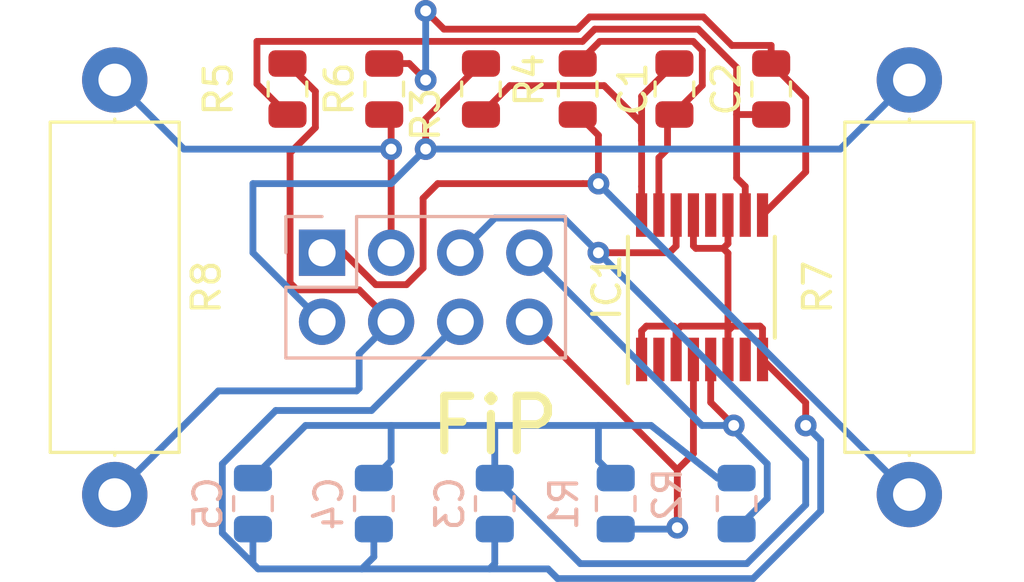
<source format=kicad_pcb>
(kicad_pcb (version 20171130) (host pcbnew "(5.1.6)-1")

  (general
    (thickness 1.6)
    (drawings 1)
    (tracks 170)
    (zones 0)
    (modules 15)
    (nets 13)
  )

  (page A4)
  (layers
    (0 F.Cu mixed)
    (31 B.Cu power)
    (32 B.Adhes user)
    (33 F.Adhes user)
    (34 B.Paste user)
    (35 F.Paste user)
    (36 B.SilkS user)
    (37 F.SilkS user)
    (38 B.Mask user)
    (39 F.Mask user)
    (40 Dwgs.User user)
    (41 Cmts.User user)
    (42 Eco1.User user)
    (43 Eco2.User user)
    (44 Edge.Cuts user)
    (45 Margin user)
    (46 B.CrtYd user)
    (47 F.CrtYd user)
    (48 B.Fab user)
    (49 F.Fab user)
  )

  (setup
    (last_trace_width 0.25)
    (trace_clearance 0.2)
    (zone_clearance 0.508)
    (zone_45_only no)
    (trace_min 0.2)
    (via_size 0.8)
    (via_drill 0.4)
    (via_min_size 0.4)
    (via_min_drill 0.3)
    (uvia_size 0.3)
    (uvia_drill 0.1)
    (uvias_allowed no)
    (uvia_min_size 0.2)
    (uvia_min_drill 0.1)
    (edge_width 0.05)
    (segment_width 0.2)
    (pcb_text_width 0.3)
    (pcb_text_size 1.5 1.5)
    (mod_edge_width 0.12)
    (mod_text_size 1 1)
    (mod_text_width 0.15)
    (pad_size 1.524 1.524)
    (pad_drill 0.762)
    (pad_to_mask_clearance 0.05)
    (aux_axis_origin 0 0)
    (visible_elements 7FFFFFFF)
    (pcbplotparams
      (layerselection 0x010fc_ffffffff)
      (usegerberextensions false)
      (usegerberattributes true)
      (usegerberadvancedattributes true)
      (creategerberjobfile true)
      (excludeedgelayer true)
      (linewidth 0.100000)
      (plotframeref false)
      (viasonmask false)
      (mode 1)
      (useauxorigin false)
      (hpglpennumber 1)
      (hpglpenspeed 20)
      (hpglpendiameter 15.000000)
      (psnegative false)
      (psa4output false)
      (plotreference true)
      (plotvalue true)
      (plotinvisibletext false)
      (padsonsilk false)
      (subtractmaskfromsilk false)
      (outputformat 1)
      (mirror false)
      (drillshape 1)
      (scaleselection 1)
      (outputdirectory ""))
  )

  (net 0 "")
  (net 1 "Net-(C1-Pad2)")
  (net 2 "Net-(C1-Pad1)")
  (net 3 "Net-(C2-Pad2)")
  (net 4 "Net-(C2-Pad1)")
  (net 5 Ground)
  (net 6 5V)
  (net 7 Output2)
  (net 8 Output1)
  (net 9 VR2-)
  (net 10 VR2+)
  (net 11 VR1+)
  (net 12 VR1-)

  (net_class Default "This is the default net class."
    (clearance 0.2)
    (trace_width 0.25)
    (via_dia 0.8)
    (via_drill 0.4)
    (uvia_dia 0.3)
    (uvia_drill 0.1)
    (add_net "Net-(C1-Pad1)")
    (add_net "Net-(C1-Pad2)")
    (add_net "Net-(C2-Pad1)")
    (add_net "Net-(C2-Pad2)")
    (add_net Output1)
    (add_net Output2)
    (add_net VR1+)
    (add_net VR1-)
    (add_net VR2+)
    (add_net VR2-)
  )

  (net_class Power ""
    (clearance 0.3)
    (trace_width 0.25)
    (via_dia 0.8)
    (via_drill 0.4)
    (uvia_dia 0.3)
    (uvia_drill 0.1)
    (add_net 5V)
    (add_net Ground)
  )

  (module Resistor_THT:R_Axial_DIN0414_L11.9mm_D4.5mm_P15.24mm_Horizontal (layer F.Cu) (tedit 5AE5139B) (tstamp 5F04753A)
    (at 127 82.55 270)
    (descr "Resistor, Axial_DIN0414 series, Axial, Horizontal, pin pitch=15.24mm, 2W, length*diameter=11.9*4.5mm^2, http://www.vishay.com/docs/20128/wkxwrx.pdf")
    (tags "Resistor Axial_DIN0414 series Axial Horizontal pin pitch 15.24mm 2W length 11.9mm diameter 4.5mm")
    (path /5F044A65)
    (fp_text reference R8 (at 7.62 -3.37 90) (layer F.SilkS)
      (effects (font (size 1 1) (thickness 0.15)))
    )
    (fp_text value 4.7K (at 7.62 3.37 90) (layer F.Fab)
      (effects (font (size 1 1) (thickness 0.15)))
    )
    (fp_text user %R (at 7.62 0 90) (layer F.Fab)
      (effects (font (size 1 1) (thickness 0.15)))
    )
    (fp_line (start 1.67 -2.25) (end 1.67 2.25) (layer F.Fab) (width 0.1))
    (fp_line (start 1.67 2.25) (end 13.57 2.25) (layer F.Fab) (width 0.1))
    (fp_line (start 13.57 2.25) (end 13.57 -2.25) (layer F.Fab) (width 0.1))
    (fp_line (start 13.57 -2.25) (end 1.67 -2.25) (layer F.Fab) (width 0.1))
    (fp_line (start 0 0) (end 1.67 0) (layer F.Fab) (width 0.1))
    (fp_line (start 15.24 0) (end 13.57 0) (layer F.Fab) (width 0.1))
    (fp_line (start 1.55 -2.37) (end 1.55 2.37) (layer F.SilkS) (width 0.12))
    (fp_line (start 1.55 2.37) (end 13.69 2.37) (layer F.SilkS) (width 0.12))
    (fp_line (start 13.69 2.37) (end 13.69 -2.37) (layer F.SilkS) (width 0.12))
    (fp_line (start 13.69 -2.37) (end 1.55 -2.37) (layer F.SilkS) (width 0.12))
    (fp_line (start 1.44 0) (end 1.55 0) (layer F.SilkS) (width 0.12))
    (fp_line (start 13.8 0) (end 13.69 0) (layer F.SilkS) (width 0.12))
    (fp_line (start -1.45 -2.5) (end -1.45 2.5) (layer F.CrtYd) (width 0.05))
    (fp_line (start -1.45 2.5) (end 16.69 2.5) (layer F.CrtYd) (width 0.05))
    (fp_line (start 16.69 2.5) (end 16.69 -2.5) (layer F.CrtYd) (width 0.05))
    (fp_line (start 16.69 -2.5) (end -1.45 -2.5) (layer F.CrtYd) (width 0.05))
    (pad 2 thru_hole oval (at 15.24 0 270) (size 2.4 2.4) (drill 1.2) (layers *.Cu *.Mask)
      (net 9 VR2-))
    (pad 1 thru_hole circle (at 0 0 270) (size 2.4 2.4) (drill 1.2) (layers *.Cu *.Mask)
      (net 10 VR2+))
    (model ${KISYS3DMOD}/Resistor_THT.3dshapes/R_Axial_DIN0414_L11.9mm_D4.5mm_P15.24mm_Horizontal.wrl
      (at (xyz 0 0 0))
      (scale (xyz 1 1 1))
      (rotate (xyz 0 0 0))
    )
  )

  (module Resistor_THT:R_Axial_DIN0414_L11.9mm_D4.5mm_P15.24mm_Horizontal (layer F.Cu) (tedit 5AE5139B) (tstamp 5F04741D)
    (at 156.21 97.79 90)
    (descr "Resistor, Axial_DIN0414 series, Axial, Horizontal, pin pitch=15.24mm, 2W, length*diameter=11.9*4.5mm^2, http://www.vishay.com/docs/20128/wkxwrx.pdf")
    (tags "Resistor Axial_DIN0414 series Axial Horizontal pin pitch 15.24mm 2W length 11.9mm diameter 4.5mm")
    (path /5F04DF67)
    (fp_text reference R7 (at 7.62 -3.37 90) (layer F.SilkS)
      (effects (font (size 1 1) (thickness 0.15)))
    )
    (fp_text value 4.7K (at 7.62 3.37 90) (layer F.Fab)
      (effects (font (size 1 1) (thickness 0.15)))
    )
    (fp_text user %R (at 7.62 0 90) (layer F.Fab)
      (effects (font (size 1 1) (thickness 0.15)))
    )
    (fp_line (start 1.67 -2.25) (end 1.67 2.25) (layer F.Fab) (width 0.1))
    (fp_line (start 1.67 2.25) (end 13.57 2.25) (layer F.Fab) (width 0.1))
    (fp_line (start 13.57 2.25) (end 13.57 -2.25) (layer F.Fab) (width 0.1))
    (fp_line (start 13.57 -2.25) (end 1.67 -2.25) (layer F.Fab) (width 0.1))
    (fp_line (start 0 0) (end 1.67 0) (layer F.Fab) (width 0.1))
    (fp_line (start 15.24 0) (end 13.57 0) (layer F.Fab) (width 0.1))
    (fp_line (start 1.55 -2.37) (end 1.55 2.37) (layer F.SilkS) (width 0.12))
    (fp_line (start 1.55 2.37) (end 13.69 2.37) (layer F.SilkS) (width 0.12))
    (fp_line (start 13.69 2.37) (end 13.69 -2.37) (layer F.SilkS) (width 0.12))
    (fp_line (start 13.69 -2.37) (end 1.55 -2.37) (layer F.SilkS) (width 0.12))
    (fp_line (start 1.44 0) (end 1.55 0) (layer F.SilkS) (width 0.12))
    (fp_line (start 13.8 0) (end 13.69 0) (layer F.SilkS) (width 0.12))
    (fp_line (start -1.45 -2.5) (end -1.45 2.5) (layer F.CrtYd) (width 0.05))
    (fp_line (start -1.45 2.5) (end 16.69 2.5) (layer F.CrtYd) (width 0.05))
    (fp_line (start 16.69 2.5) (end 16.69 -2.5) (layer F.CrtYd) (width 0.05))
    (fp_line (start 16.69 -2.5) (end -1.45 -2.5) (layer F.CrtYd) (width 0.05))
    (pad 2 thru_hole oval (at 15.24 0 90) (size 2.4 2.4) (drill 1.2) (layers *.Cu *.Mask)
      (net 11 VR1+))
    (pad 1 thru_hole circle (at 0 0 90) (size 2.4 2.4) (drill 1.2) (layers *.Cu *.Mask)
      (net 12 VR1-))
    (model ${KISYS3DMOD}/Resistor_THT.3dshapes/R_Axial_DIN0414_L11.9mm_D4.5mm_P15.24mm_Horizontal.wrl
      (at (xyz 0 0 0))
      (scale (xyz 1 1 1))
      (rotate (xyz 0 0 0))
    )
  )

  (module Capacitor_SMD:C_0805_2012Metric (layer F.Cu) (tedit 5B36C52B) (tstamp 5EFEAE3C)
    (at 147.574 82.8825 270)
    (descr "Capacitor SMD 0805 (2012 Metric), square (rectangular) end terminal, IPC_7351 nominal, (Body size source: https://docs.google.com/spreadsheets/d/1BsfQQcO9C6DZCsRaXUlFlo91Tg2WpOkGARC1WS5S8t0/edit?usp=sharing), generated with kicad-footprint-generator")
    (tags capacitor)
    (path /5F04DF61)
    (attr smd)
    (fp_text reference C1 (at 0 1.524 90) (layer F.SilkS)
      (effects (font (size 1 1) (thickness 0.15)))
    )
    (fp_text value 1nF (at 0 1.65 90) (layer F.Fab) hide
      (effects (font (size 1 1) (thickness 0.15)))
    )
    (fp_line (start 1.68 0.95) (end -1.68 0.95) (layer F.CrtYd) (width 0.05))
    (fp_line (start 1.68 -0.95) (end 1.68 0.95) (layer F.CrtYd) (width 0.05))
    (fp_line (start -1.68 -0.95) (end 1.68 -0.95) (layer F.CrtYd) (width 0.05))
    (fp_line (start -1.68 0.95) (end -1.68 -0.95) (layer F.CrtYd) (width 0.05))
    (fp_line (start -0.258578 0.71) (end 0.258578 0.71) (layer F.SilkS) (width 0.12))
    (fp_line (start -0.258578 -0.71) (end 0.258578 -0.71) (layer F.SilkS) (width 0.12))
    (fp_line (start 1 0.6) (end -1 0.6) (layer F.Fab) (width 0.1))
    (fp_line (start 1 -0.6) (end 1 0.6) (layer F.Fab) (width 0.1))
    (fp_line (start -1 -0.6) (end 1 -0.6) (layer F.Fab) (width 0.1))
    (fp_line (start -1 0.6) (end -1 -0.6) (layer F.Fab) (width 0.1))
    (fp_text user %R (at 0 0 90) (layer F.Fab) hide
      (effects (font (size 0.5 0.5) (thickness 0.08)))
    )
    (pad 2 smd roundrect (at 0.9375 0 270) (size 0.975 1.4) (layers F.Cu F.Paste F.Mask) (roundrect_rratio 0.25)
      (net 1 "Net-(C1-Pad2)"))
    (pad 1 smd roundrect (at -0.9375 0 270) (size 0.975 1.4) (layers F.Cu F.Paste F.Mask) (roundrect_rratio 0.25)
      (net 2 "Net-(C1-Pad1)"))
    (model ${KISYS3DMOD}/Capacitor_SMD.3dshapes/C_0805_2012Metric.wrl
      (at (xyz 0 0 0))
      (scale (xyz 1 1 1))
      (rotate (xyz 0 0 0))
    )
  )

  (module Resistor_SMD:R_0805_2012Metric (layer F.Cu) (tedit 5B36C52B) (tstamp 5EFF1029)
    (at 136.906 82.8825 90)
    (descr "Resistor SMD 0805 (2012 Metric), square (rectangular) end terminal, IPC_7351 nominal, (Body size source: https://docs.google.com/spreadsheets/d/1BsfQQcO9C6DZCsRaXUlFlo91Tg2WpOkGARC1WS5S8t0/edit?usp=sharing), generated with kicad-footprint-generator")
    (tags resistor)
    (path /5F0439CE)
    (attr smd)
    (fp_text reference R6 (at 0 -1.65 90) (layer F.SilkS)
      (effects (font (size 1 1) (thickness 0.15)))
    )
    (fp_text value 10K (at 0 1.65 90) (layer F.Fab) hide
      (effects (font (size 1 1) (thickness 0.15)))
    )
    (fp_line (start 1.68 0.95) (end -1.68 0.95) (layer F.CrtYd) (width 0.05))
    (fp_line (start 1.68 -0.95) (end 1.68 0.95) (layer F.CrtYd) (width 0.05))
    (fp_line (start -1.68 -0.95) (end 1.68 -0.95) (layer F.CrtYd) (width 0.05))
    (fp_line (start -1.68 0.95) (end -1.68 -0.95) (layer F.CrtYd) (width 0.05))
    (fp_line (start -0.258578 0.71) (end 0.258578 0.71) (layer F.SilkS) (width 0.12))
    (fp_line (start -0.258578 -0.71) (end 0.258578 -0.71) (layer F.SilkS) (width 0.12))
    (fp_line (start 1 0.6) (end -1 0.6) (layer F.Fab) (width 0.1))
    (fp_line (start 1 -0.6) (end 1 0.6) (layer F.Fab) (width 0.1))
    (fp_line (start -1 -0.6) (end 1 -0.6) (layer F.Fab) (width 0.1))
    (fp_line (start -1 0.6) (end -1 -0.6) (layer F.Fab) (width 0.1))
    (fp_text user %R (at 0 0 90) (layer F.Fab) hide
      (effects (font (size 0.5 0.5) (thickness 0.08)))
    )
    (pad 2 smd roundrect (at 0.9375 0 90) (size 0.975 1.4) (layers F.Cu F.Paste F.Mask) (roundrect_rratio 0.25)
      (net 3 "Net-(C2-Pad2)"))
    (pad 1 smd roundrect (at -0.9375 0 90) (size 0.975 1.4) (layers F.Cu F.Paste F.Mask) (roundrect_rratio 0.25)
      (net 10 VR2+))
    (model ${KISYS3DMOD}/Resistor_SMD.3dshapes/R_0805_2012Metric.wrl
      (at (xyz 0 0 0))
      (scale (xyz 1 1 1))
      (rotate (xyz 0 0 0))
    )
  )

  (module Resistor_SMD:R_0805_2012Metric (layer B.Cu) (tedit 5B36C52B) (tstamp 5EFF24D3)
    (at 149.86 98.1225 90)
    (descr "Resistor SMD 0805 (2012 Metric), square (rectangular) end terminal, IPC_7351 nominal, (Body size source: https://docs.google.com/spreadsheets/d/1BsfQQcO9C6DZCsRaXUlFlo91Tg2WpOkGARC1WS5S8t0/edit?usp=sharing), generated with kicad-footprint-generator")
    (tags resistor)
    (path /5F038A85)
    (attr smd)
    (fp_text reference R2 (at 0.3325 -2.54 270) (layer B.SilkS)
      (effects (font (size 1 1) (thickness 0.15)) (justify mirror))
    )
    (fp_text value 1K (at 0 -1.65 270) (layer B.Fab) hide
      (effects (font (size 1 1) (thickness 0.15)) (justify mirror))
    )
    (fp_line (start 1.68 -0.95) (end -1.68 -0.95) (layer B.CrtYd) (width 0.05))
    (fp_line (start 1.68 0.95) (end 1.68 -0.95) (layer B.CrtYd) (width 0.05))
    (fp_line (start -1.68 0.95) (end 1.68 0.95) (layer B.CrtYd) (width 0.05))
    (fp_line (start -1.68 -0.95) (end -1.68 0.95) (layer B.CrtYd) (width 0.05))
    (fp_line (start -0.258578 -0.71) (end 0.258578 -0.71) (layer B.SilkS) (width 0.12))
    (fp_line (start -0.258578 0.71) (end 0.258578 0.71) (layer B.SilkS) (width 0.12))
    (fp_line (start 1 -0.6) (end -1 -0.6) (layer B.Fab) (width 0.1))
    (fp_line (start 1 0.6) (end 1 -0.6) (layer B.Fab) (width 0.1))
    (fp_line (start -1 0.6) (end 1 0.6) (layer B.Fab) (width 0.1))
    (fp_line (start -1 -0.6) (end -1 0.6) (layer B.Fab) (width 0.1))
    (fp_text user %R (at 0 0 270) (layer B.Fab) hide
      (effects (font (size 0.5 0.5) (thickness 0.08)) (justify mirror))
    )
    (pad 2 smd roundrect (at 0.9375 0 90) (size 0.975 1.4) (layers B.Cu B.Paste B.Mask) (roundrect_rratio 0.25)
      (net 6 5V))
    (pad 1 smd roundrect (at -0.9375 0 90) (size 0.975 1.4) (layers B.Cu B.Paste B.Mask) (roundrect_rratio 0.25)
      (net 7 Output2))
    (model ${KISYS3DMOD}/Resistor_SMD.3dshapes/R_0805_2012Metric.wrl
      (at (xyz 0 0 0))
      (scale (xyz 1 1 1))
      (rotate (xyz 0 0 0))
    )
  )

  (module Package_SO:QSOP-16_3.9x4.9mm_P0.635mm (layer F.Cu) (tedit 5A02F25C) (tstamp 5EFF230B)
    (at 148.59 90.17 90)
    (descr "16-Lead Plastic Shrink Small Outline Narrow Body (QR)-.150\" Body [QSOP] (see Microchip Packaging Specification 00000049BS.pdf)")
    (tags "SSOP 0.635")
    (path /5F034022)
    (attr smd)
    (fp_text reference IC1 (at 0 -3.5 90) (layer F.SilkS)
      (effects (font (size 1 1) (thickness 0.15)))
    )
    (fp_text value MAX9926UAEE+ (at 0 3.5 90) (layer F.Fab) hide
      (effects (font (size 1 1) (thickness 0.15)))
    )
    (fp_line (start -3.525 -2.725) (end 1.8586 -2.725) (layer F.SilkS) (width 0.15))
    (fp_line (start -1.8543 2.675) (end 1.8543 2.675) (layer F.SilkS) (width 0.15))
    (fp_line (start -3.7 2.8) (end 3.7 2.8) (layer F.CrtYd) (width 0.05))
    (fp_line (start -3.7 -2.85) (end 3.7 -2.85) (layer F.CrtYd) (width 0.05))
    (fp_line (start 3.7 -2.85) (end 3.7 2.8) (layer F.CrtYd) (width 0.05))
    (fp_line (start -3.7 -2.85) (end -3.7 2.8) (layer F.CrtYd) (width 0.05))
    (fp_line (start -1.95 -1.45) (end -0.95 -2.45) (layer F.Fab) (width 0.15))
    (fp_line (start -1.95 2.45) (end -1.95 -1.45) (layer F.Fab) (width 0.15))
    (fp_line (start 1.95 2.45) (end -1.95 2.45) (layer F.Fab) (width 0.15))
    (fp_line (start 1.95 -2.45) (end 1.95 2.45) (layer F.Fab) (width 0.15))
    (fp_line (start -0.95 -2.45) (end 1.95 -2.45) (layer F.Fab) (width 0.15))
    (fp_text user %R (at 0 0 90) (layer F.Fab) hide
      (effects (font (size 0.7 0.7) (thickness 0.15)))
    )
    (pad 16 smd rect (at 2.6543 -2.2225 90) (size 1.6 0.41) (layers F.Cu F.Paste F.Mask)
      (net 2 "Net-(C1-Pad1)"))
    (pad 15 smd rect (at 2.6543 -1.5875 90) (size 1.6 0.41) (layers F.Cu F.Paste F.Mask)
      (net 1 "Net-(C1-Pad2)"))
    (pad 14 smd rect (at 2.6543 -0.9525 90) (size 1.6 0.41) (layers F.Cu F.Paste F.Mask)
      (net 6 5V))
    (pad 13 smd rect (at 2.6543 -0.3175 90) (size 1.6 0.41) (layers F.Cu F.Paste F.Mask)
      (net 5 Ground))
    (pad 12 smd rect (at 2.6543 0.3175 90) (size 1.6 0.41) (layers F.Cu F.Paste F.Mask))
    (pad 11 smd rect (at 2.6543 0.9525 90) (size 1.6 0.41) (layers F.Cu F.Paste F.Mask)
      (net 5 Ground))
    (pad 10 smd rect (at 2.6543 1.5875 90) (size 1.6 0.41) (layers F.Cu F.Paste F.Mask)
      (net 4 "Net-(C2-Pad1)"))
    (pad 9 smd rect (at 2.6543 2.2225 90) (size 1.6 0.41) (layers F.Cu F.Paste F.Mask)
      (net 3 "Net-(C2-Pad2)"))
    (pad 8 smd rect (at -2.6543 2.2225 90) (size 1.6 0.41) (layers F.Cu F.Paste F.Mask)
      (net 5 Ground))
    (pad 7 smd rect (at -2.6543 1.5875 90) (size 1.6 0.41) (layers F.Cu F.Paste F.Mask))
    (pad 6 smd rect (at -2.6543 0.9525 90) (size 1.6 0.41) (layers F.Cu F.Paste F.Mask)
      (net 5 Ground))
    (pad 5 smd rect (at -2.6543 0.3175 90) (size 1.6 0.41) (layers F.Cu F.Paste F.Mask)
      (net 7 Output2))
    (pad 4 smd rect (at -2.6543 -0.3175 90) (size 1.6 0.41) (layers F.Cu F.Paste F.Mask)
      (net 8 Output1))
    (pad 3 smd rect (at -2.6543 -0.9525 90) (size 1.6 0.41) (layers F.Cu F.Paste F.Mask)
      (net 5 Ground))
    (pad 2 smd rect (at -2.6543 -1.5875 90) (size 1.6 0.41) (layers F.Cu F.Paste F.Mask))
    (pad 1 smd rect (at -2.6543 -2.2225 90) (size 1.6 0.41) (layers F.Cu F.Paste F.Mask)
      (net 5 Ground))
    (model ${KISYS3DMOD}/Package_SO.3dshapes/QSOP-16_3.9x4.9mm_P0.635mm.wrl
      (at (xyz 0 0 0))
      (scale (xyz 1 1 1))
      (rotate (xyz 0 0 0))
    )
  )

  (module Capacitor_SMD:C_0805_2012Metric (layer B.Cu) (tedit 5B36C52B) (tstamp 5EFF2533)
    (at 132.08 98.1225 270)
    (descr "Capacitor SMD 0805 (2012 Metric), square (rectangular) end terminal, IPC_7351 nominal, (Body size source: https://docs.google.com/spreadsheets/d/1BsfQQcO9C6DZCsRaXUlFlo91Tg2WpOkGARC1WS5S8t0/edit?usp=sharing), generated with kicad-footprint-generator")
    (tags capacitor)
    (path /5F03ED16)
    (attr smd)
    (fp_text reference C5 (at 0 1.65 270) (layer B.SilkS)
      (effects (font (size 1 1) (thickness 0.15)) (justify mirror))
    )
    (fp_text value 1uF (at 0 -1.65 270) (layer B.Fab) hide
      (effects (font (size 1 1) (thickness 0.15)) (justify mirror))
    )
    (fp_line (start 1.68 -0.95) (end -1.68 -0.95) (layer B.CrtYd) (width 0.05))
    (fp_line (start 1.68 0.95) (end 1.68 -0.95) (layer B.CrtYd) (width 0.05))
    (fp_line (start -1.68 0.95) (end 1.68 0.95) (layer B.CrtYd) (width 0.05))
    (fp_line (start -1.68 -0.95) (end -1.68 0.95) (layer B.CrtYd) (width 0.05))
    (fp_line (start -0.258578 -0.71) (end 0.258578 -0.71) (layer B.SilkS) (width 0.12))
    (fp_line (start -0.258578 0.71) (end 0.258578 0.71) (layer B.SilkS) (width 0.12))
    (fp_line (start 1 -0.6) (end -1 -0.6) (layer B.Fab) (width 0.1))
    (fp_line (start 1 0.6) (end 1 -0.6) (layer B.Fab) (width 0.1))
    (fp_line (start -1 0.6) (end 1 0.6) (layer B.Fab) (width 0.1))
    (fp_line (start -1 -0.6) (end -1 0.6) (layer B.Fab) (width 0.1))
    (fp_text user %R (at 0 0 270) (layer B.Fab) hide
      (effects (font (size 0.5 0.5) (thickness 0.08)) (justify mirror))
    )
    (pad 2 smd roundrect (at 0.9375 0 270) (size 0.975 1.4) (layers B.Cu B.Paste B.Mask) (roundrect_rratio 0.25)
      (net 5 Ground))
    (pad 1 smd roundrect (at -0.9375 0 270) (size 0.975 1.4) (layers B.Cu B.Paste B.Mask) (roundrect_rratio 0.25)
      (net 6 5V))
    (model ${KISYS3DMOD}/Capacitor_SMD.3dshapes/C_0805_2012Metric.wrl
      (at (xyz 0 0 0))
      (scale (xyz 1 1 1))
      (rotate (xyz 0 0 0))
    )
  )

  (module Capacitor_SMD:C_0805_2012Metric (layer F.Cu) (tedit 5B36C52B) (tstamp 5F04A050)
    (at 151.13 82.8825 90)
    (descr "Capacitor SMD 0805 (2012 Metric), square (rectangular) end terminal, IPC_7351 nominal, (Body size source: https://docs.google.com/spreadsheets/d/1BsfQQcO9C6DZCsRaXUlFlo91Tg2WpOkGARC1WS5S8t0/edit?usp=sharing), generated with kicad-footprint-generator")
    (tags capacitor)
    (path /5F043F77)
    (attr smd)
    (fp_text reference C2 (at 0 -1.65 90) (layer F.SilkS)
      (effects (font (size 1 1) (thickness 0.15)))
    )
    (fp_text value 1nF (at 0 1.65 90) (layer F.Fab) hide
      (effects (font (size 1 1) (thickness 0.15)))
    )
    (fp_line (start 1.68 0.95) (end -1.68 0.95) (layer F.CrtYd) (width 0.05))
    (fp_line (start 1.68 -0.95) (end 1.68 0.95) (layer F.CrtYd) (width 0.05))
    (fp_line (start -1.68 -0.95) (end 1.68 -0.95) (layer F.CrtYd) (width 0.05))
    (fp_line (start -1.68 0.95) (end -1.68 -0.95) (layer F.CrtYd) (width 0.05))
    (fp_line (start -0.258578 0.71) (end 0.258578 0.71) (layer F.SilkS) (width 0.12))
    (fp_line (start -0.258578 -0.71) (end 0.258578 -0.71) (layer F.SilkS) (width 0.12))
    (fp_line (start 1 0.6) (end -1 0.6) (layer F.Fab) (width 0.1))
    (fp_line (start 1 -0.6) (end 1 0.6) (layer F.Fab) (width 0.1))
    (fp_line (start -1 -0.6) (end 1 -0.6) (layer F.Fab) (width 0.1))
    (fp_line (start -1 0.6) (end -1 -0.6) (layer F.Fab) (width 0.1))
    (fp_text user %R (at 0 0 90) (layer F.Fab) hide
      (effects (font (size 0.5 0.5) (thickness 0.08)))
    )
    (pad 2 smd roundrect (at 0.9375 0 90) (size 0.975 1.4) (layers F.Cu F.Paste F.Mask) (roundrect_rratio 0.25)
      (net 3 "Net-(C2-Pad2)"))
    (pad 1 smd roundrect (at -0.9375 0 90) (size 0.975 1.4) (layers F.Cu F.Paste F.Mask) (roundrect_rratio 0.25)
      (net 4 "Net-(C2-Pad1)"))
    (model ${KISYS3DMOD}/Capacitor_SMD.3dshapes/C_0805_2012Metric.wrl
      (at (xyz 0 0 0))
      (scale (xyz 1 1 1))
      (rotate (xyz 0 0 0))
    )
  )

  (module Connector_PinHeader_2.54mm:PinHeader_2x04_P2.54mm_Vertical (layer B.Cu) (tedit 59FED5CC) (tstamp 5EFF1F5F)
    (at 134.62 88.9 270)
    (descr "Through hole straight pin header, 2x04, 2.54mm pitch, double rows")
    (tags "Through hole pin header THT 2x04 2.54mm double row")
    (path /5F034AAC)
    (fp_text reference J1 (at 1.27 2.33 90) (layer F.SilkS) hide
      (effects (font (size 1 1) (thickness 0.15)))
    )
    (fp_text value Conn (at 1.27 -9.95 90) (layer B.Fab) hide
      (effects (font (size 1 1) (thickness 0.15)) (justify mirror))
    )
    (fp_line (start 0 1.27) (end 3.81 1.27) (layer B.Fab) (width 0.1))
    (fp_line (start 3.81 1.27) (end 3.81 -8.89) (layer B.Fab) (width 0.1))
    (fp_line (start 3.81 -8.89) (end -1.27 -8.89) (layer B.Fab) (width 0.1))
    (fp_line (start -1.27 -8.89) (end -1.27 0) (layer B.Fab) (width 0.1))
    (fp_line (start -1.27 0) (end 0 1.27) (layer B.Fab) (width 0.1))
    (fp_line (start -1.33 -8.95) (end 3.87 -8.95) (layer B.SilkS) (width 0.12))
    (fp_line (start -1.33 -1.27) (end -1.33 -8.95) (layer B.SilkS) (width 0.12))
    (fp_line (start 3.87 1.33) (end 3.87 -8.95) (layer B.SilkS) (width 0.12))
    (fp_line (start -1.33 -1.27) (end 1.27 -1.27) (layer B.SilkS) (width 0.12))
    (fp_line (start 1.27 -1.27) (end 1.27 1.33) (layer B.SilkS) (width 0.12))
    (fp_line (start 1.27 1.33) (end 3.87 1.33) (layer B.SilkS) (width 0.12))
    (fp_line (start -1.33 0) (end -1.33 1.33) (layer B.SilkS) (width 0.12))
    (fp_line (start -1.33 1.33) (end 0 1.33) (layer B.SilkS) (width 0.12))
    (fp_line (start -1.8 1.8) (end -1.8 -9.4) (layer B.CrtYd) (width 0.05))
    (fp_line (start -1.8 -9.4) (end 4.35 -9.4) (layer B.CrtYd) (width 0.05))
    (fp_line (start 4.35 -9.4) (end 4.35 1.8) (layer B.CrtYd) (width 0.05))
    (fp_line (start 4.35 1.8) (end -1.8 1.8) (layer B.CrtYd) (width 0.05))
    (fp_text user %R (at 1.27 -3.81 180) (layer B.Fab) hide
      (effects (font (size 1 1) (thickness 0.15)) (justify mirror))
    )
    (pad 1 thru_hole rect (at 0 0 270) (size 1.7 1.7) (drill 1) (layers *.Cu *.Mask)
      (net 12 VR1-))
    (pad 2 thru_hole oval (at 2.54 0 270) (size 1.7 1.7) (drill 1) (layers *.Cu *.Mask)
      (net 11 VR1+))
    (pad 3 thru_hole oval (at 0 -2.54 270) (size 1.7 1.7) (drill 1) (layers *.Cu *.Mask)
      (net 10 VR2+))
    (pad 4 thru_hole oval (at 2.54 -2.54 270) (size 1.7 1.7) (drill 1) (layers *.Cu *.Mask)
      (net 9 VR2-))
    (pad 5 thru_hole oval (at 0 -5.08 270) (size 1.7 1.7) (drill 1) (layers *.Cu *.Mask)
      (net 6 5V))
    (pad 6 thru_hole oval (at 2.54 -5.08 270) (size 1.7 1.7) (drill 1) (layers *.Cu *.Mask)
      (net 5 Ground))
    (pad 7 thru_hole oval (at 0 -7.62 270) (size 1.7 1.7) (drill 1) (layers *.Cu *.Mask)
      (net 7 Output2))
    (pad 8 thru_hole oval (at 2.54 -7.62 270) (size 1.7 1.7) (drill 1) (layers *.Cu *.Mask)
      (net 8 Output1))
    (model ${KISYS3DMOD}/Connector_PinHeader_2.54mm.3dshapes/PinHeader_2x04_P2.54mm_Vertical.wrl
      (at (xyz 0 0 0))
      (scale (xyz 1 1 1))
      (rotate (xyz 0 0 0))
    )
  )

  (module Resistor_SMD:R_0805_2012Metric (layer F.Cu) (tedit 5B36C52B) (tstamp 5EFF09F5)
    (at 133.35 82.8825 270)
    (descr "Resistor SMD 0805 (2012 Metric), square (rectangular) end terminal, IPC_7351 nominal, (Body size source: https://docs.google.com/spreadsheets/d/1BsfQQcO9C6DZCsRaXUlFlo91Tg2WpOkGARC1WS5S8t0/edit?usp=sharing), generated with kicad-footprint-generator")
    (tags resistor)
    (path /5F043203)
    (attr smd)
    (fp_text reference R5 (at 0 2.54 90) (layer F.SilkS)
      (effects (font (size 1 1) (thickness 0.15)))
    )
    (fp_text value 10K (at 0 1.65 90) (layer F.Fab) hide
      (effects (font (size 1 1) (thickness 0.15)))
    )
    (fp_line (start 1.68 0.95) (end -1.68 0.95) (layer F.CrtYd) (width 0.05))
    (fp_line (start 1.68 -0.95) (end 1.68 0.95) (layer F.CrtYd) (width 0.05))
    (fp_line (start -1.68 -0.95) (end 1.68 -0.95) (layer F.CrtYd) (width 0.05))
    (fp_line (start -1.68 0.95) (end -1.68 -0.95) (layer F.CrtYd) (width 0.05))
    (fp_line (start -0.258578 0.71) (end 0.258578 0.71) (layer F.SilkS) (width 0.12))
    (fp_line (start -0.258578 -0.71) (end 0.258578 -0.71) (layer F.SilkS) (width 0.12))
    (fp_line (start 1 0.6) (end -1 0.6) (layer F.Fab) (width 0.1))
    (fp_line (start 1 -0.6) (end 1 0.6) (layer F.Fab) (width 0.1))
    (fp_line (start -1 -0.6) (end 1 -0.6) (layer F.Fab) (width 0.1))
    (fp_line (start -1 0.6) (end -1 -0.6) (layer F.Fab) (width 0.1))
    (fp_text user %R (at 0 0 90) (layer F.Fab) hide
      (effects (font (size 0.5 0.5) (thickness 0.08)))
    )
    (pad 2 smd roundrect (at 0.9375 0 270) (size 0.975 1.4) (layers F.Cu F.Paste F.Mask) (roundrect_rratio 0.25)
      (net 4 "Net-(C2-Pad1)"))
    (pad 1 smd roundrect (at -0.9375 0 270) (size 0.975 1.4) (layers F.Cu F.Paste F.Mask) (roundrect_rratio 0.25)
      (net 9 VR2-))
    (model ${KISYS3DMOD}/Resistor_SMD.3dshapes/R_0805_2012Metric.wrl
      (at (xyz 0 0 0))
      (scale (xyz 1 1 1))
      (rotate (xyz 0 0 0))
    )
  )

  (module Resistor_SMD:R_0805_2012Metric (layer F.Cu) (tedit 5B36C52B) (tstamp 5EFF0A25)
    (at 144.018 82.8825 90)
    (descr "Resistor SMD 0805 (2012 Metric), square (rectangular) end terminal, IPC_7351 nominal, (Body size source: https://docs.google.com/spreadsheets/d/1BsfQQcO9C6DZCsRaXUlFlo91Tg2WpOkGARC1WS5S8t0/edit?usp=sharing), generated with kicad-footprint-generator")
    (tags resistor)
    (path /5F04DF5B)
    (attr smd)
    (fp_text reference R4 (at 0.3325 -1.778 90) (layer F.SilkS)
      (effects (font (size 1 1) (thickness 0.15)))
    )
    (fp_text value 10K (at 0 1.65 90) (layer F.Fab) hide
      (effects (font (size 1 1) (thickness 0.15)))
    )
    (fp_line (start -1 0.6) (end -1 -0.6) (layer F.Fab) (width 0.1))
    (fp_line (start -1 -0.6) (end 1 -0.6) (layer F.Fab) (width 0.1))
    (fp_line (start 1 -0.6) (end 1 0.6) (layer F.Fab) (width 0.1))
    (fp_line (start 1 0.6) (end -1 0.6) (layer F.Fab) (width 0.1))
    (fp_line (start -0.258578 -0.71) (end 0.258578 -0.71) (layer F.SilkS) (width 0.12))
    (fp_line (start -0.258578 0.71) (end 0.258578 0.71) (layer F.SilkS) (width 0.12))
    (fp_line (start -1.68 0.95) (end -1.68 -0.95) (layer F.CrtYd) (width 0.05))
    (fp_line (start -1.68 -0.95) (end 1.68 -0.95) (layer F.CrtYd) (width 0.05))
    (fp_line (start 1.68 -0.95) (end 1.68 0.95) (layer F.CrtYd) (width 0.05))
    (fp_line (start 1.68 0.95) (end -1.68 0.95) (layer F.CrtYd) (width 0.05))
    (fp_text user %R (at 0 0 90) (layer F.Fab) hide
      (effects (font (size 0.5 0.5) (thickness 0.08)))
    )
    (pad 1 smd roundrect (at -0.9375 0 90) (size 0.975 1.4) (layers F.Cu F.Paste F.Mask) (roundrect_rratio 0.25)
      (net 12 VR1-))
    (pad 2 smd roundrect (at 0.9375 0 90) (size 0.975 1.4) (layers F.Cu F.Paste F.Mask) (roundrect_rratio 0.25)
      (net 1 "Net-(C1-Pad2)"))
    (model ${KISYS3DMOD}/Resistor_SMD.3dshapes/R_0805_2012Metric.wrl
      (at (xyz 0 0 0))
      (scale (xyz 1 1 1))
      (rotate (xyz 0 0 0))
    )
  )

  (module Resistor_SMD:R_0805_2012Metric (layer F.Cu) (tedit 5B36C52B) (tstamp 5EFEE02F)
    (at 140.462 82.8825 270)
    (descr "Resistor SMD 0805 (2012 Metric), square (rectangular) end terminal, IPC_7351 nominal, (Body size source: https://docs.google.com/spreadsheets/d/1BsfQQcO9C6DZCsRaXUlFlo91Tg2WpOkGARC1WS5S8t0/edit?usp=sharing), generated with kicad-footprint-generator")
    (tags resistor)
    (path /5F04DF55)
    (attr smd)
    (fp_text reference R3 (at 0.9375 2.032 90) (layer F.SilkS)
      (effects (font (size 1 1) (thickness 0.15)))
    )
    (fp_text value 10K (at 0 1.65 90) (layer F.Fab) hide
      (effects (font (size 1 1) (thickness 0.15)))
    )
    (fp_line (start 1.68 0.95) (end -1.68 0.95) (layer F.CrtYd) (width 0.05))
    (fp_line (start 1.68 -0.95) (end 1.68 0.95) (layer F.CrtYd) (width 0.05))
    (fp_line (start -1.68 -0.95) (end 1.68 -0.95) (layer F.CrtYd) (width 0.05))
    (fp_line (start -1.68 0.95) (end -1.68 -0.95) (layer F.CrtYd) (width 0.05))
    (fp_line (start -0.258578 0.71) (end 0.258578 0.71) (layer F.SilkS) (width 0.12))
    (fp_line (start -0.258578 -0.71) (end 0.258578 -0.71) (layer F.SilkS) (width 0.12))
    (fp_line (start 1 0.6) (end -1 0.6) (layer F.Fab) (width 0.1))
    (fp_line (start 1 -0.6) (end 1 0.6) (layer F.Fab) (width 0.1))
    (fp_line (start -1 -0.6) (end 1 -0.6) (layer F.Fab) (width 0.1))
    (fp_line (start -1 0.6) (end -1 -0.6) (layer F.Fab) (width 0.1))
    (fp_text user %R (at 0 0 90) (layer F.Fab) hide
      (effects (font (size 0.5 0.5) (thickness 0.08)))
    )
    (pad 2 smd roundrect (at 0.9375 0 270) (size 0.975 1.4) (layers F.Cu F.Paste F.Mask) (roundrect_rratio 0.25)
      (net 2 "Net-(C1-Pad1)"))
    (pad 1 smd roundrect (at -0.9375 0 270) (size 0.975 1.4) (layers F.Cu F.Paste F.Mask) (roundrect_rratio 0.25)
      (net 11 VR1+))
    (model ${KISYS3DMOD}/Resistor_SMD.3dshapes/R_0805_2012Metric.wrl
      (at (xyz 0 0 0))
      (scale (xyz 1 1 1))
      (rotate (xyz 0 0 0))
    )
  )

  (module Resistor_SMD:R_0805_2012Metric (layer B.Cu) (tedit 5B36C52B) (tstamp 5EFF29D4)
    (at 145.415 98.1225 90)
    (descr "Resistor SMD 0805 (2012 Metric), square (rectangular) end terminal, IPC_7351 nominal, (Body size source: https://docs.google.com/spreadsheets/d/1BsfQQcO9C6DZCsRaXUlFlo91Tg2WpOkGARC1WS5S8t0/edit?usp=sharing), generated with kicad-footprint-generator")
    (tags resistor)
    (path /5F0378BD)
    (attr smd)
    (fp_text reference R1 (at 0 -1.905 270) (layer B.SilkS)
      (effects (font (size 1 1) (thickness 0.15)) (justify mirror))
    )
    (fp_text value 1K (at 0 -1.65 270) (layer B.Fab) hide
      (effects (font (size 1 1) (thickness 0.15)) (justify mirror))
    )
    (fp_line (start 1.68 -0.95) (end -1.68 -0.95) (layer B.CrtYd) (width 0.05))
    (fp_line (start 1.68 0.95) (end 1.68 -0.95) (layer B.CrtYd) (width 0.05))
    (fp_line (start -1.68 0.95) (end 1.68 0.95) (layer B.CrtYd) (width 0.05))
    (fp_line (start -1.68 -0.95) (end -1.68 0.95) (layer B.CrtYd) (width 0.05))
    (fp_line (start -0.258578 -0.71) (end 0.258578 -0.71) (layer B.SilkS) (width 0.12))
    (fp_line (start -0.258578 0.71) (end 0.258578 0.71) (layer B.SilkS) (width 0.12))
    (fp_line (start 1 -0.6) (end -1 -0.6) (layer B.Fab) (width 0.1))
    (fp_line (start 1 0.6) (end 1 -0.6) (layer B.Fab) (width 0.1))
    (fp_line (start -1 0.6) (end 1 0.6) (layer B.Fab) (width 0.1))
    (fp_line (start -1 -0.6) (end -1 0.6) (layer B.Fab) (width 0.1))
    (fp_text user %R (at 0 0 270) (layer B.Fab) hide
      (effects (font (size 0.5 0.5) (thickness 0.08)) (justify mirror))
    )
    (pad 2 smd roundrect (at 0.9375 0 90) (size 0.975 1.4) (layers B.Cu B.Paste B.Mask) (roundrect_rratio 0.25)
      (net 6 5V))
    (pad 1 smd roundrect (at -0.9375 0 90) (size 0.975 1.4) (layers B.Cu B.Paste B.Mask) (roundrect_rratio 0.25)
      (net 8 Output1))
    (model ${KISYS3DMOD}/Resistor_SMD.3dshapes/R_0805_2012Metric.wrl
      (at (xyz 0 0 0))
      (scale (xyz 1 1 1))
      (rotate (xyz 0 0 0))
    )
  )

  (module Capacitor_SMD:C_0805_2012Metric (layer B.Cu) (tedit 5B36C52B) (tstamp 5EFF2473)
    (at 136.525 98.1225 270)
    (descr "Capacitor SMD 0805 (2012 Metric), square (rectangular) end terminal, IPC_7351 nominal, (Body size source: https://docs.google.com/spreadsheets/d/1BsfQQcO9C6DZCsRaXUlFlo91Tg2WpOkGARC1WS5S8t0/edit?usp=sharing), generated with kicad-footprint-generator")
    (tags capacitor)
    (path /5F03E827)
    (attr smd)
    (fp_text reference C4 (at 0 1.65 270) (layer B.SilkS)
      (effects (font (size 1 1) (thickness 0.15)) (justify mirror))
    )
    (fp_text value 0.1uF (at 0 -1.65 270) (layer B.Fab) hide
      (effects (font (size 1 1) (thickness 0.15)) (justify mirror))
    )
    (fp_line (start 1.68 -0.95) (end -1.68 -0.95) (layer B.CrtYd) (width 0.05))
    (fp_line (start 1.68 0.95) (end 1.68 -0.95) (layer B.CrtYd) (width 0.05))
    (fp_line (start -1.68 0.95) (end 1.68 0.95) (layer B.CrtYd) (width 0.05))
    (fp_line (start -1.68 -0.95) (end -1.68 0.95) (layer B.CrtYd) (width 0.05))
    (fp_line (start -0.258578 -0.71) (end 0.258578 -0.71) (layer B.SilkS) (width 0.12))
    (fp_line (start -0.258578 0.71) (end 0.258578 0.71) (layer B.SilkS) (width 0.12))
    (fp_line (start 1 -0.6) (end -1 -0.6) (layer B.Fab) (width 0.1))
    (fp_line (start 1 0.6) (end 1 -0.6) (layer B.Fab) (width 0.1))
    (fp_line (start -1 0.6) (end 1 0.6) (layer B.Fab) (width 0.1))
    (fp_line (start -1 -0.6) (end -1 0.6) (layer B.Fab) (width 0.1))
    (fp_text user %R (at 0 0 270) (layer B.Fab) hide
      (effects (font (size 0.5 0.5) (thickness 0.08)) (justify mirror))
    )
    (pad 2 smd roundrect (at 0.9375 0 270) (size 0.975 1.4) (layers B.Cu B.Paste B.Mask) (roundrect_rratio 0.25)
      (net 5 Ground))
    (pad 1 smd roundrect (at -0.9375 0 270) (size 0.975 1.4) (layers B.Cu B.Paste B.Mask) (roundrect_rratio 0.25)
      (net 6 5V))
    (model ${KISYS3DMOD}/Capacitor_SMD.3dshapes/C_0805_2012Metric.wrl
      (at (xyz 0 0 0))
      (scale (xyz 1 1 1))
      (rotate (xyz 0 0 0))
    )
  )

  (module Capacitor_SMD:C_0805_2012Metric (layer B.Cu) (tedit 5B36C52B) (tstamp 5EFF2503)
    (at 140.97 98.1225 270)
    (descr "Capacitor SMD 0805 (2012 Metric), square (rectangular) end terminal, IPC_7351 nominal, (Body size source: https://docs.google.com/spreadsheets/d/1BsfQQcO9C6DZCsRaXUlFlo91Tg2WpOkGARC1WS5S8t0/edit?usp=sharing), generated with kicad-footprint-generator")
    (tags capacitor)
    (path /5F03CABE)
    (attr smd)
    (fp_text reference C3 (at 0 1.65 270) (layer B.SilkS)
      (effects (font (size 1 1) (thickness 0.15)) (justify mirror))
    )
    (fp_text value 0.01uF (at 0 -1.65 270) (layer B.Fab) hide
      (effects (font (size 1 1) (thickness 0.15)) (justify mirror))
    )
    (fp_line (start 1.68 -0.95) (end -1.68 -0.95) (layer B.CrtYd) (width 0.05))
    (fp_line (start 1.68 0.95) (end 1.68 -0.95) (layer B.CrtYd) (width 0.05))
    (fp_line (start -1.68 0.95) (end 1.68 0.95) (layer B.CrtYd) (width 0.05))
    (fp_line (start -1.68 -0.95) (end -1.68 0.95) (layer B.CrtYd) (width 0.05))
    (fp_line (start -0.258578 -0.71) (end 0.258578 -0.71) (layer B.SilkS) (width 0.12))
    (fp_line (start -0.258578 0.71) (end 0.258578 0.71) (layer B.SilkS) (width 0.12))
    (fp_line (start 1 -0.6) (end -1 -0.6) (layer B.Fab) (width 0.1))
    (fp_line (start 1 0.6) (end 1 -0.6) (layer B.Fab) (width 0.1))
    (fp_line (start -1 0.6) (end 1 0.6) (layer B.Fab) (width 0.1))
    (fp_line (start -1 -0.6) (end -1 0.6) (layer B.Fab) (width 0.1))
    (fp_text user %R (at 0 0 270) (layer B.Fab) hide
      (effects (font (size 0.5 0.5) (thickness 0.08)) (justify mirror))
    )
    (pad 2 smd roundrect (at 0.9375 0 270) (size 0.975 1.4) (layers B.Cu B.Paste B.Mask) (roundrect_rratio 0.25)
      (net 5 Ground))
    (pad 1 smd roundrect (at -0.9375 0 270) (size 0.975 1.4) (layers B.Cu B.Paste B.Mask) (roundrect_rratio 0.25)
      (net 6 5V))
    (model ${KISYS3DMOD}/Capacitor_SMD.3dshapes/C_0805_2012Metric.wrl
      (at (xyz 0 0 0))
      (scale (xyz 1 1 1))
      (rotate (xyz 0 0 0))
    )
  )

  (gr_text FiP (at 140.97 95.25) (layer F.SilkS)
    (effects (font (size 2 2) (thickness 0.3)))
  )

  (via (at 152.4 95.25) (size 0.8) (drill 0.4) (layers F.Cu B.Cu) (net 5))
  (segment (start 144.83051 81.13249) (end 144.018 81.945) (width 0.25) (layer F.Cu) (net 1))
  (segment (start 147.574 83.77351) (end 148.59901 82.7485) (width 0.25) (layer F.Cu) (net 1))
  (segment (start 148.59901 82.7485) (end 148.59901 81.46566) (width 0.25) (layer F.Cu) (net 1))
  (segment (start 148.59901 81.46566) (end 148.26584 81.13249) (width 0.25) (layer F.Cu) (net 1))
  (segment (start 147.574 83.82) (end 147.574 83.77351) (width 0.25) (layer F.Cu) (net 1))
  (segment (start 148.26584 81.13249) (end 144.83051 81.13249) (width 0.25) (layer F.Cu) (net 1))
  (segment (start 147.32 84.074) (end 147.574 83.82) (width 0.25) (layer F.Cu) (net 1))
  (segment (start 147.32 85.09) (end 147.32 84.074) (width 0.25) (layer F.Cu) (net 1))
  (segment (start 147.0025 87.5157) (end 147.0025 85.4075) (width 0.25) (layer F.Cu) (net 1))
  (segment (start 147.0025 85.4075) (end 147.32 85.09) (width 0.25) (layer F.Cu) (net 1))
  (segment (start 146.3675 87.5157) (end 146.3675 86.4657) (width 0.25) (layer F.Cu) (net 2))
  (segment (start 141.52449 82.75751) (end 140.462 83.82) (width 0.25) (layer F.Cu) (net 2))
  (segment (start 144.98751 82.75751) (end 141.52449 82.75751) (width 0.25) (layer F.Cu) (net 2))
  (segment (start 146.3675 84.1375) (end 144.98751 82.75751) (width 0.25) (layer F.Cu) (net 2))
  (segment (start 146.3675 83.1515) (end 146.3675 84.7725) (width 0.25) (layer F.Cu) (net 2))
  (segment (start 146.3675 86.4657) (end 146.3675 84.7725) (width 0.25) (layer F.Cu) (net 2))
  (segment (start 147.574 81.945) (end 146.3675 83.1515) (width 0.25) (layer F.Cu) (net 2))
  (segment (start 146.3675 84.7725) (end 146.3675 84.1375) (width 0.25) (layer F.Cu) (net 2))
  (via (at 138.43 80.01) (size 0.8) (drill 0.4) (layers F.Cu B.Cu) (net 3) (status 1000000))
  (via (at 138.43 82.55) (size 0.8) (drill 0.4) (layers F.Cu B.Cu) (net 3) (tstamp 5F04865D) (status 1000000))
  (segment (start 144.0077 80.68248) (end 139.10248 80.68248) (width 0.25) (layer F.Cu) (net 3) (status 1000000))
  (segment (start 149.686171 81.28) (end 148.63864 80.232469) (width 0.25) (layer F.Cu) (net 3) (status 1000000))
  (segment (start 151.13 81.28) (end 149.686171 81.28) (width 0.25) (layer F.Cu) (net 3) (status 1000000))
  (segment (start 144.45771 80.232469) (end 144.0077 80.68248) (width 0.25) (layer F.Cu) (net 3) (status 1000000))
  (segment (start 148.63864 80.232469) (end 144.45771 80.232469) (width 0.25) (layer F.Cu) (net 3) (status 1000000))
  (segment (start 139.10248 80.68248) (end 138.43 80.01) (width 0.25) (layer F.Cu) (net 3) (status 1000000))
  (segment (start 137.825 81.945) (end 138.43 82.55) (width 0.25) (layer F.Cu) (net 3) (status 1000000))
  (segment (start 138.43 82.55) (end 138.43 80.01) (width 0.25) (layer B.Cu) (net 3) (status 1000000))
  (segment (start 136.906 81.945) (end 137.825 81.945) (width 0.25) (layer F.Cu) (net 3) (status 1000000))
  (segment (start 150.8125 87.5157) (end 152.4 85.9282) (width 0.25) (layer F.Cu) (net 3))
  (segment (start 152.4 83.215) (end 151.13 81.945) (width 0.25) (layer F.Cu) (net 3))
  (segment (start 152.4 85.9282) (end 152.4 83.215) (width 0.25) (layer F.Cu) (net 3))
  (segment (start 151.13 81.28) (end 151.13 81.945) (width 0.25) (layer F.Cu) (net 3))
  (segment (start 151.13 83.82) (end 149.86 83.82) (width 0.25) (layer F.Cu) (net 4))
  (segment (start 132.22751 81.13249) (end 132.22751 82.69751) (width 0.25) (layer F.Cu) (net 4))
  (segment (start 144.1941 81.13249) (end 132.22751 81.13249) (width 0.25) (layer F.Cu) (net 4))
  (segment (start 149.86 82.090239) (end 148.45224 80.682479) (width 0.25) (layer F.Cu) (net 4))
  (segment (start 148.45224 80.682479) (end 144.64411 80.682479) (width 0.25) (layer F.Cu) (net 4))
  (segment (start 132.22751 82.69751) (end 133.35 83.82) (width 0.25) (layer F.Cu) (net 4))
  (segment (start 144.64411 80.682479) (end 144.1941 81.13249) (width 0.25) (layer F.Cu) (net 4))
  (segment (start 149.86 86.1482) (end 149.86 82.090239) (width 0.25) (layer F.Cu) (net 4))
  (segment (start 150.1775 87.5157) (end 150.1775 86.4657) (width 0.25) (layer F.Cu) (net 4))
  (segment (start 150.1775 86.4657) (end 149.86 86.1482) (width 0.25) (layer F.Cu) (net 4))
  (segment (start 149.367499 88.740701) (end 149.5425 88.5657) (width 0.25) (layer F.Cu) (net 5))
  (segment (start 148.362499 88.740701) (end 149.367499 88.740701) (width 0.25) (layer F.Cu) (net 5))
  (segment (start 149.5425 88.5657) (end 149.5425 87.5157) (width 0.25) (layer F.Cu) (net 5))
  (segment (start 148.2725 88.650702) (end 148.362499 88.740701) (width 0.25) (layer F.Cu) (net 5))
  (segment (start 148.2725 87.5157) (end 148.2725 88.650702) (width 0.25) (layer F.Cu) (net 5))
  (segment (start 149.5425 91.7743) (end 149.5425 92.8243) (width 0.25) (layer F.Cu) (net 5))
  (segment (start 149.717501 91.599299) (end 149.5425 91.7743) (width 0.25) (layer F.Cu) (net 5))
  (segment (start 150.722501 91.599299) (end 149.717501 91.599299) (width 0.25) (layer F.Cu) (net 5))
  (segment (start 150.8125 91.689298) (end 150.722501 91.599299) (width 0.25) (layer F.Cu) (net 5))
  (segment (start 150.8125 92.8243) (end 150.8125 91.689298) (width 0.25) (layer F.Cu) (net 5))
  (segment (start 147.6375 91.7743) (end 147.6375 92.8243) (width 0.25) (layer F.Cu) (net 5))
  (segment (start 147.812501 91.599299) (end 147.6375 91.7743) (width 0.25) (layer F.Cu) (net 5))
  (segment (start 149.452501 91.599299) (end 147.812501 91.599299) (width 0.25) (layer F.Cu) (net 5))
  (segment (start 149.5425 91.689298) (end 149.452501 91.599299) (width 0.25) (layer F.Cu) (net 5))
  (segment (start 149.5425 92.8243) (end 149.5425 91.689298) (width 0.25) (layer F.Cu) (net 5))
  (segment (start 146.3675 91.7743) (end 146.3675 92.8243) (width 0.25) (layer F.Cu) (net 5))
  (segment (start 146.542501 91.599299) (end 146.3675 91.7743) (width 0.25) (layer F.Cu) (net 5))
  (segment (start 147.6375 91.689298) (end 147.547501 91.599299) (width 0.25) (layer F.Cu) (net 5))
  (segment (start 147.547501 91.599299) (end 146.542501 91.599299) (width 0.25) (layer F.Cu) (net 5))
  (segment (start 147.6375 92.8243) (end 147.6375 91.689298) (width 0.25) (layer F.Cu) (net 5))
  (segment (start 149.5425 88.915702) (end 149.5425 92.8243) (width 0.25) (layer F.Cu) (net 5))
  (segment (start 149.367499 88.740701) (end 149.5425 88.915702) (width 0.25) (layer F.Cu) (net 5))
  (segment (start 152.4 94.4118) (end 150.8125 92.8243) (width 0.25) (layer F.Cu) (net 5))
  (segment (start 152.4 95.25) (end 152.4 94.4118) (width 0.25) (layer F.Cu) (net 5))
  (segment (start 136.44001 94.69999) (end 139.7 91.44) (width 0.25) (layer B.Cu) (net 5))
  (segment (start 132.919238 94.69999) (end 136.44001 94.69999) (width 0.25) (layer B.Cu) (net 5))
  (segment (start 130.95499 96.664238) (end 132.919238 94.69999) (width 0.25) (layer B.Cu) (net 5))
  (segment (start 132.272521 100.522521) (end 130.95499 99.20499) (width 0.25) (layer B.Cu) (net 5))
  (segment (start 130.95499 99.20499) (end 130.95499 96.664238) (width 0.25) (layer B.Cu) (net 5))
  (segment (start 132.08 99.06) (end 132.08 100.33) (width 0.25) (layer B.Cu) (net 5))
  (segment (start 136.525 100.080042) (end 136.082521 100.522521) (width 0.25) (layer B.Cu) (net 5))
  (segment (start 136.525 99.06) (end 136.525 100.080042) (width 0.25) (layer B.Cu) (net 5))
  (segment (start 136.082521 100.522521) (end 132.272521 100.522521) (width 0.25) (layer B.Cu) (net 5))
  (segment (start 140.97 99.06) (end 140.97 100.33) (width 0.25) (layer B.Cu) (net 5))
  (segment (start 140.97 100.33) (end 140.777479 100.522521) (width 0.25) (layer B.Cu) (net 5))
  (segment (start 152.950011 98.393594) (end 150.463594 100.880011) (width 0.25) (layer B.Cu) (net 5))
  (segment (start 143.282178 100.880011) (end 142.924688 100.522521) (width 0.25) (layer B.Cu) (net 5))
  (segment (start 142.924688 100.522521) (end 136.082521 100.522521) (width 0.25) (layer B.Cu) (net 5))
  (segment (start 152.950011 95.800011) (end 152.950011 98.393594) (width 0.25) (layer B.Cu) (net 5))
  (segment (start 150.463594 100.880011) (end 143.282178 100.880011) (width 0.25) (layer B.Cu) (net 5))
  (segment (start 152.4 95.25) (end 152.950011 95.800011) (width 0.25) (layer B.Cu) (net 5))
  (segment (start 147.6375 87.5157) (end 147.632501 87.5157) (width 0.25) (layer F.Cu) (net 6))
  (segment (start 132.08 97.185) (end 134.015 95.25) (width 0.25) (layer B.Cu) (net 6))
  (segment (start 137.16 96.55) (end 136.525 97.185) (width 0.25) (layer B.Cu) (net 6))
  (segment (start 134.015 95.25) (end 137.16 95.25) (width 0.25) (layer B.Cu) (net 6))
  (segment (start 137.16 95.25) (end 137.16 96.55) (width 0.25) (layer B.Cu) (net 6))
  (segment (start 137.16 95.25) (end 140.97 95.25) (width 0.25) (layer B.Cu) (net 6))
  (segment (start 140.97 95.25) (end 140.97 97.185) (width 0.25) (layer B.Cu) (net 6))
  (segment (start 144.78 96.55) (end 145.415 97.185) (width 0.25) (layer B.Cu) (net 6))
  (segment (start 140.97 95.25) (end 144.78 95.25) (width 0.25) (layer B.Cu) (net 6))
  (segment (start 144.78 95.25) (end 144.78 96.55) (width 0.25) (layer B.Cu) (net 6))
  (segment (start 140.97 95.25) (end 140.97 95.25) (width 0.25) (layer B.Cu) (net 6) (tstamp 5F047FDD))
  (segment (start 149.16 97.185) (end 149.86 97.185) (width 0.25) (layer B.Cu) (net 6))
  (segment (start 144.78 95.25) (end 146.715 95.25) (width 0.25) (layer B.Cu) (net 6))
  (segment (start 146.715 95.25) (end 149.16 97.185) (width 0.25) (layer B.Cu) (net 6))
  (segment (start 140.975001 87.624999) (end 143.504999 87.624999) (width 0.25) (layer B.Cu) (net 6))
  (segment (start 139.7 88.9) (end 140.975001 87.624999) (width 0.25) (layer B.Cu) (net 6))
  (segment (start 143.504999 87.624999) (end 144.78 88.9) (width 0.25) (layer B.Cu) (net 6))
  (segment (start 152.4 98.165772) (end 150.235772 100.33) (width 0.25) (layer B.Cu) (net 6))
  (segment (start 152.4 96.52) (end 152.4 98.165772) (width 0.25) (layer B.Cu) (net 6))
  (segment (start 144.115 100.33) (end 140.97 97.185) (width 0.25) (layer B.Cu) (net 6))
  (segment (start 150.235772 100.33) (end 144.115 100.33) (width 0.25) (layer B.Cu) (net 6))
  (segment (start 144.78 88.9) (end 152.4 96.52) (width 0.25) (layer B.Cu) (net 6) (tstamp 5F049CA7))
  (via (at 144.78 88.9) (size 0.8) (drill 0.4) (layers F.Cu B.Cu) (net 6))
  (segment (start 147.388202 88.9) (end 144.78 88.9) (width 0.25) (layer F.Cu) (net 6))
  (segment (start 147.6375 88.650702) (end 147.388202 88.9) (width 0.25) (layer F.Cu) (net 6))
  (segment (start 147.6375 87.5157) (end 147.6375 88.650702) (width 0.25) (layer F.Cu) (net 6))
  (via (at 149.754979 95.25) (size 0.8) (drill 0.4) (layers F.Cu B.Cu) (net 7))
  (segment (start 149.754979 95.430645) (end 149.754979 95.25) (width 0.25) (layer B.Cu) (net 7))
  (segment (start 148.9075 94.402521) (end 149.754979 95.25) (width 0.25) (layer F.Cu) (net 7))
  (segment (start 148.59 95.25) (end 149.754979 95.25) (width 0.25) (layer B.Cu) (net 7))
  (segment (start 148.9075 92.8243) (end 148.9075 94.402521) (width 0.25) (layer F.Cu) (net 7))
  (segment (start 150.98501 97.93499) (end 150.98501 96.660676) (width 0.25) (layer B.Cu) (net 7))
  (segment (start 150.98501 96.660676) (end 149.754979 95.430645) (width 0.25) (layer B.Cu) (net 7))
  (segment (start 142.24 88.9) (end 148.59 95.25) (width 0.25) (layer B.Cu) (net 7))
  (segment (start 149.86 99.06) (end 150.98501 97.93499) (width 0.25) (layer B.Cu) (net 7))
  (segment (start 145.415 99.06) (end 147.628361 99.06) (width 0.25) (layer B.Cu) (net 8))
  (segment (start 147.628361 99.06) (end 147.679162 99.009199) (width 0.25) (layer B.Cu) (net 8))
  (via (at 147.679162 99.009199) (size 0.8) (drill 0.4) (layers F.Cu B.Cu) (net 8))
  (segment (start 142.24 91.44) (end 147.679162 96.879162) (width 0.25) (layer F.Cu) (net 8))
  (segment (start 147.679162 98.443514) (end 147.679162 99.009199) (width 0.25) (layer F.Cu) (net 8))
  (segment (start 147.679162 96.879162) (end 147.679162 98.443514) (width 0.25) (layer F.Cu) (net 8))
  (segment (start 148.2725 96.285824) (end 148.2725 92.8243) (width 0.25) (layer F.Cu) (net 8))
  (segment (start 147.679162 96.879162) (end 148.2725 96.285824) (width 0.25) (layer F.Cu) (net 8))
  (segment (start 134.37501 82.97001) (end 133.35 81.945) (width 0.25) (layer F.Cu) (net 9))
  (segment (start 134.37501 84.29934) (end 134.37501 82.97001) (width 0.25) (layer F.Cu) (net 9))
  (segment (start 133.444999 85.229351) (end 134.37501 84.29934) (width 0.25) (layer F.Cu) (net 9))
  (segment (start 133.444999 90.010001) (end 133.444999 85.229351) (width 0.25) (layer F.Cu) (net 9))
  (segment (start 133.699997 90.264999) (end 133.444999 90.010001) (width 0.25) (layer F.Cu) (net 9))
  (segment (start 135.984999 90.264999) (end 133.699997 90.264999) (width 0.25) (layer F.Cu) (net 9))
  (segment (start 137.16 91.44) (end 135.984999 90.264999) (width 0.25) (layer F.Cu) (net 9))
  (segment (start 135.89 93.98) (end 135.984999 93.885001) (width 0.25) (layer B.Cu) (net 9))
  (segment (start 135.984999 92.615001) (end 137.16 91.44) (width 0.25) (layer B.Cu) (net 9))
  (segment (start 135.984999 93.885001) (end 135.984999 92.615001) (width 0.25) (layer B.Cu) (net 9))
  (segment (start 127 97.79) (end 130.81 93.98) (width 0.25) (layer B.Cu) (net 9))
  (segment (start 130.81 93.98) (end 135.89 93.98) (width 0.25) (layer B.Cu) (net 9))
  (via (at 137.16 85.092501) (size 0.8) (drill 0.4) (layers F.Cu B.Cu) (net 10))
  (segment (start 137.16 85.092501) (end 137.16 85.092501) (width 0.25) (layer B.Cu) (net 10))
  (segment (start 137.16 84.074) (end 136.906 83.82) (width 0.25) (layer F.Cu) (net 10))
  (segment (start 137.16 85.092501) (end 137.16 84.074) (width 0.25) (layer F.Cu) (net 10))
  (segment (start 137.16 85.092501) (end 137.16 88.9) (width 0.25) (layer F.Cu) (net 10))
  (segment (start 129.542501 85.092501) (end 127 82.55) (width 0.25) (layer B.Cu) (net 10))
  (segment (start 137.16 85.092501) (end 129.542501 85.092501) (width 0.25) (layer B.Cu) (net 10))
  (via (at 138.43 85.09) (size 0.8) (drill 0.4) (layers F.Cu B.Cu) (net 11))
  (segment (start 138.43 85.09) (end 138.43 83.977) (width 0.25) (layer F.Cu) (net 11))
  (segment (start 138.43 83.977) (end 140.462 81.945) (width 0.25) (layer F.Cu) (net 11))
  (segment (start 132.08 88.9) (end 134.62 91.44) (width 0.25) (layer B.Cu) (net 11))
  (segment (start 132.08 86.36) (end 132.08 88.9) (width 0.25) (layer B.Cu) (net 11))
  (segment (start 138.43 85.09) (end 137.16 86.36) (width 0.25) (layer B.Cu) (net 11))
  (segment (start 137.16 86.36) (end 132.08 86.36) (width 0.25) (layer B.Cu) (net 11))
  (segment (start 153.67 85.09) (end 138.43 85.09) (width 0.25) (layer B.Cu) (net 11))
  (segment (start 156.21 82.55) (end 153.67 85.09) (width 0.25) (layer B.Cu) (net 11))
  (segment (start 144.78 86.36) (end 144.78 86.36) (width 0.25) (layer F.Cu) (net 12))
  (via (at 144.78 86.36) (size 0.8) (drill 0.4) (layers F.Cu B.Cu) (net 12))
  (segment (start 144.78 84.582) (end 144.018 83.82) (width 0.25) (layer F.Cu) (net 12))
  (segment (start 144.78 86.36) (end 144.78 84.582) (width 0.25) (layer F.Cu) (net 12))
  (segment (start 134.62 88.9) (end 135.420998 88.9) (width 0.25) (layer F.Cu) (net 12))
  (segment (start 135.420998 88.9) (end 136.595999 90.075001) (width 0.25) (layer F.Cu) (net 12))
  (segment (start 138.335001 86.89859) (end 138.873591 86.36) (width 0.25) (layer F.Cu) (net 12))
  (segment (start 138.873591 86.36) (end 144.214315 86.36) (width 0.25) (layer F.Cu) (net 12))
  (segment (start 137.724001 90.075001) (end 138.335001 89.464001) (width 0.25) (layer F.Cu) (net 12))
  (segment (start 144.214315 86.36) (end 144.78 86.36) (width 0.25) (layer F.Cu) (net 12))
  (segment (start 136.595999 90.075001) (end 137.724001 90.075001) (width 0.25) (layer F.Cu) (net 12))
  (segment (start 138.335001 89.464001) (end 138.335001 86.89859) (width 0.25) (layer F.Cu) (net 12))
  (segment (start 144.78 86.36) (end 145.179999 86.759999) (width 0.25) (layer B.Cu) (net 12))
  (segment (start 145.179999 86.759999) (end 156.21 97.79) (width 0.25) (layer B.Cu) (net 12))

)

</source>
